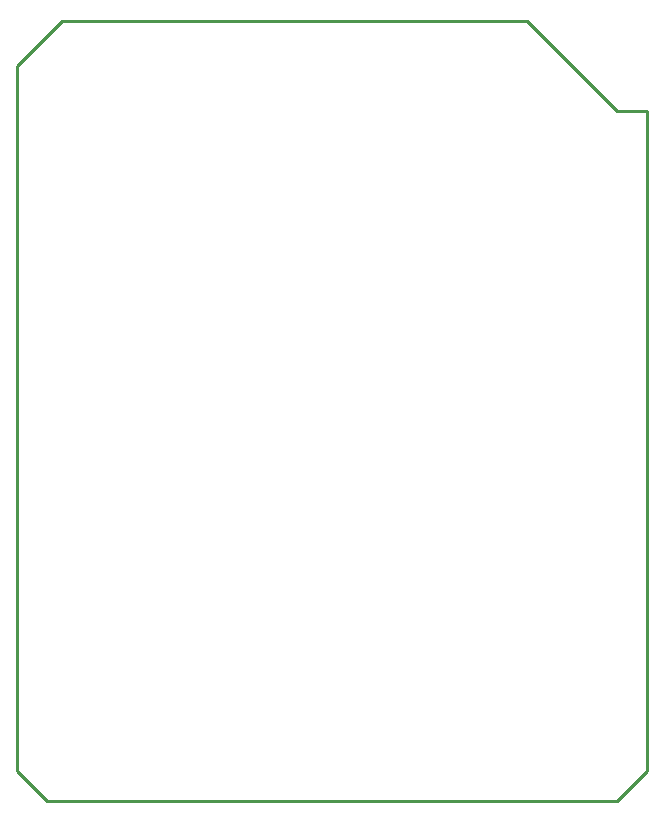
<source format=gbr>
G04 EAGLE Gerber RS-274X export*
G75*
%MOMM*%
%FSLAX34Y34*%
%LPD*%
%IN*%
%IPPOS*%
%AMOC8*
5,1,8,0,0,1.08239X$1,22.5*%
G01*
%ADD10C,0.254000*%


D10*
X0Y25400D02*
X25400Y0D01*
X508000Y0D01*
X533400Y25400D01*
X533400Y584200D01*
X508000Y584200D01*
X431800Y660400D01*
X38100Y660400D01*
X0Y622300D01*
X0Y25400D01*
M02*

</source>
